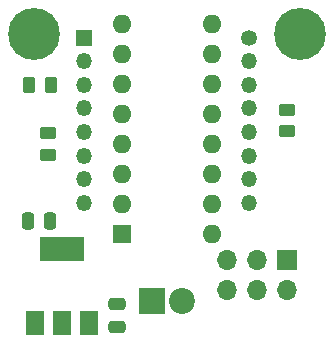
<source format=gts>
G04 #@! TF.GenerationSoftware,KiCad,Pcbnew,(6.0.2)*
G04 #@! TF.CreationDate,2022-09-28T01:57:45+02:00*
G04 #@! TF.ProjectId,Tiny-Power-Meter,54696e79-2d50-46f7-9765-722d4d657465,rev?*
G04 #@! TF.SameCoordinates,Original*
G04 #@! TF.FileFunction,Soldermask,Top*
G04 #@! TF.FilePolarity,Negative*
%FSLAX46Y46*%
G04 Gerber Fmt 4.6, Leading zero omitted, Abs format (unit mm)*
G04 Created by KiCad (PCBNEW (6.0.2)) date 2022-09-28 01:57:45*
%MOMM*%
%LPD*%
G01*
G04 APERTURE LIST*
G04 Aperture macros list*
%AMRoundRect*
0 Rectangle with rounded corners*
0 $1 Rounding radius*
0 $2 $3 $4 $5 $6 $7 $8 $9 X,Y pos of 4 corners*
0 Add a 4 corners polygon primitive as box body*
4,1,4,$2,$3,$4,$5,$6,$7,$8,$9,$2,$3,0*
0 Add four circle primitives for the rounded corners*
1,1,$1+$1,$2,$3*
1,1,$1+$1,$4,$5*
1,1,$1+$1,$6,$7*
1,1,$1+$1,$8,$9*
0 Add four rect primitives between the rounded corners*
20,1,$1+$1,$2,$3,$4,$5,0*
20,1,$1+$1,$4,$5,$6,$7,0*
20,1,$1+$1,$6,$7,$8,$9,0*
20,1,$1+$1,$8,$9,$2,$3,0*%
G04 Aperture macros list end*
%ADD10RoundRect,0.250000X0.250000X0.475000X-0.250000X0.475000X-0.250000X-0.475000X0.250000X-0.475000X0*%
%ADD11RoundRect,0.250000X-0.262500X-0.450000X0.262500X-0.450000X0.262500X0.450000X-0.262500X0.450000X0*%
%ADD12RoundRect,0.250000X0.450000X-0.262500X0.450000X0.262500X-0.450000X0.262500X-0.450000X-0.262500X0*%
%ADD13R,1.500000X2.000000*%
%ADD14R,3.800000X2.000000*%
%ADD15R,2.200000X2.200000*%
%ADD16C,2.200000*%
%ADD17RoundRect,0.250000X0.475000X-0.250000X0.475000X0.250000X-0.475000X0.250000X-0.475000X-0.250000X0*%
%ADD18R,1.350000X1.350000*%
%ADD19O,1.350000X1.350000*%
%ADD20C,1.350000*%
%ADD21R,1.700000X1.700000*%
%ADD22O,1.700000X1.700000*%
%ADD23C,0.700000*%
%ADD24C,4.400000*%
%ADD25O,1.600000X1.600000*%
%ADD26R,1.600000X1.600000*%
G04 APERTURE END LIST*
D10*
X140200000Y-86300000D03*
X138300000Y-86300000D03*
D11*
X138387500Y-74800000D03*
X140212500Y-74800000D03*
D12*
X160200000Y-78712500D03*
X160200000Y-76887500D03*
X140000000Y-80712500D03*
X140000000Y-78887500D03*
D13*
X138900000Y-94950000D03*
D14*
X141200000Y-88650000D03*
D13*
X141200000Y-94950000D03*
X143500000Y-94950000D03*
D15*
X148800000Y-93100000D03*
D16*
X151340000Y-93100000D03*
D17*
X145800000Y-95250000D03*
X145800000Y-93350000D03*
D18*
X143045000Y-70780000D03*
D19*
X143045000Y-72780000D03*
X143045000Y-74780000D03*
X143045000Y-76780000D03*
X143045000Y-78780000D03*
X143045000Y-80780000D03*
X143045000Y-82780000D03*
X143045000Y-84780000D03*
X157045000Y-84780000D03*
X157045000Y-82780000D03*
X157045000Y-80780000D03*
X157045000Y-78780000D03*
X157045000Y-76780000D03*
X157045000Y-74780000D03*
X157045000Y-72780000D03*
D20*
X157045000Y-70780000D03*
D21*
X160200000Y-89650000D03*
D22*
X160200000Y-92190000D03*
X157660000Y-89650000D03*
X157660000Y-92190000D03*
X155120000Y-89650000D03*
X155120000Y-92190000D03*
D23*
X162466726Y-71666726D03*
X162950000Y-70500000D03*
X162466726Y-69333274D03*
X161300000Y-72150000D03*
X160133274Y-71666726D03*
X161300000Y-68850000D03*
X159650000Y-70500000D03*
D24*
X161300000Y-70500000D03*
D23*
X160133274Y-69333274D03*
X139966726Y-71666726D03*
X140450000Y-70500000D03*
X137633274Y-71666726D03*
X139966726Y-69333274D03*
X137150000Y-70500000D03*
X138800000Y-72150000D03*
X137633274Y-69333274D03*
X138800000Y-68850000D03*
D24*
X138800000Y-70500000D03*
D25*
X153870000Y-87375000D03*
X153870000Y-84835000D03*
X153870000Y-82295000D03*
X153870000Y-79755000D03*
X153870000Y-77215000D03*
X153870000Y-74675000D03*
X153870000Y-72135000D03*
X153870000Y-69595000D03*
X146250000Y-69595000D03*
X146250000Y-72135000D03*
X146250000Y-74675000D03*
X146250000Y-77215000D03*
X146250000Y-79755000D03*
X146250000Y-82295000D03*
X146250000Y-84835000D03*
D26*
X146250000Y-87375000D03*
M02*

</source>
